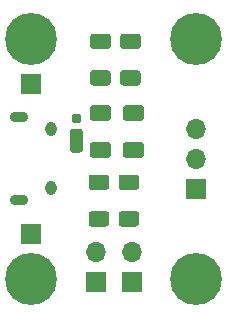
<source format=gbr>
%TF.GenerationSoftware,KiCad,Pcbnew,(5.1.8)-1*%
%TF.CreationDate,2021-01-16T14:03:11-05:00*%
%TF.ProjectId,electronics-li-ion-charger,656c6563-7472-46f6-9e69-63732d6c692d,rev?*%
%TF.SameCoordinates,Original*%
%TF.FileFunction,Soldermask,Bot*%
%TF.FilePolarity,Negative*%
%FSLAX46Y46*%
G04 Gerber Fmt 4.6, Leading zero omitted, Abs format (unit mm)*
G04 Created by KiCad (PCBNEW (5.1.8)-1) date 2021-01-16 14:03:11*
%MOMM*%
%LPD*%
G01*
G04 APERTURE LIST*
%ADD10C,4.400000*%
%ADD11O,1.700000X1.700000*%
%ADD12R,1.700000X1.700000*%
%ADD13O,1.550000X0.890000*%
%ADD14O,0.950000X1.250000*%
G04 APERTURE END LIST*
%TO.C,D1*%
G36*
G01*
X133110000Y-97791000D02*
X133590000Y-97791000D01*
G75*
G02*
X133750000Y-97951000I0J-160000D01*
G01*
X133750000Y-98431000D01*
G75*
G02*
X133590000Y-98591000I-160000J0D01*
G01*
X133110000Y-98591000D01*
G75*
G02*
X132950000Y-98431000I0J160000D01*
G01*
X132950000Y-97951000D01*
G75*
G02*
X133110000Y-97791000I160000J0D01*
G01*
G37*
G36*
G01*
X133020000Y-99091000D02*
X133680000Y-99091000D01*
G75*
G02*
X133900000Y-99311000I0J-220000D01*
G01*
X133900000Y-100871000D01*
G75*
G02*
X133680000Y-101091000I-220000J0D01*
G01*
X133020000Y-101091000D01*
G75*
G02*
X132800000Y-100871000I0J220000D01*
G01*
X132800000Y-99311000D01*
G75*
G02*
X133020000Y-99091000I220000J0D01*
G01*
G37*
%TD*%
D10*
%TO.C,M2*%
X143510000Y-91440000D03*
%TD*%
%TO.C,M4*%
X143510000Y-111760000D03*
%TD*%
%TO.C,M3*%
X129540000Y-111760000D03*
%TD*%
%TO.C,M1*%
X129540000Y-91440000D03*
%TD*%
%TO.C,R4*%
G36*
G01*
X137297000Y-94118000D02*
X138547000Y-94118000D01*
G75*
G02*
X138797000Y-94368000I0J-250000D01*
G01*
X138797000Y-95168000D01*
G75*
G02*
X138547000Y-95418000I-250000J0D01*
G01*
X137297000Y-95418000D01*
G75*
G02*
X137047000Y-95168000I0J250000D01*
G01*
X137047000Y-94368000D01*
G75*
G02*
X137297000Y-94118000I250000J0D01*
G01*
G37*
G36*
G01*
X137297000Y-91018000D02*
X138547000Y-91018000D01*
G75*
G02*
X138797000Y-91268000I0J-250000D01*
G01*
X138797000Y-92068000D01*
G75*
G02*
X138547000Y-92318000I-250000J0D01*
G01*
X137297000Y-92318000D01*
G75*
G02*
X137047000Y-92068000I0J250000D01*
G01*
X137047000Y-91268000D01*
G75*
G02*
X137297000Y-91018000I250000J0D01*
G01*
G37*
%TD*%
%TO.C,R3*%
G36*
G01*
X136007000Y-92318000D02*
X134757000Y-92318000D01*
G75*
G02*
X134507000Y-92068000I0J250000D01*
G01*
X134507000Y-91268000D01*
G75*
G02*
X134757000Y-91018000I250000J0D01*
G01*
X136007000Y-91018000D01*
G75*
G02*
X136257000Y-91268000I0J-250000D01*
G01*
X136257000Y-92068000D01*
G75*
G02*
X136007000Y-92318000I-250000J0D01*
G01*
G37*
G36*
G01*
X136007000Y-95418000D02*
X134757000Y-95418000D01*
G75*
G02*
X134507000Y-95168000I0J250000D01*
G01*
X134507000Y-94368000D01*
G75*
G02*
X134757000Y-94118000I250000J0D01*
G01*
X136007000Y-94118000D01*
G75*
G02*
X136257000Y-94368000I0J-250000D01*
G01*
X136257000Y-95168000D01*
G75*
G02*
X136007000Y-95418000I-250000J0D01*
G01*
G37*
%TD*%
%TO.C,R2*%
G36*
G01*
X134630000Y-106056000D02*
X135880000Y-106056000D01*
G75*
G02*
X136130000Y-106306000I0J-250000D01*
G01*
X136130000Y-107106000D01*
G75*
G02*
X135880000Y-107356000I-250000J0D01*
G01*
X134630000Y-107356000D01*
G75*
G02*
X134380000Y-107106000I0J250000D01*
G01*
X134380000Y-106306000D01*
G75*
G02*
X134630000Y-106056000I250000J0D01*
G01*
G37*
G36*
G01*
X134630000Y-102956000D02*
X135880000Y-102956000D01*
G75*
G02*
X136130000Y-103206000I0J-250000D01*
G01*
X136130000Y-104006000D01*
G75*
G02*
X135880000Y-104256000I-250000J0D01*
G01*
X134630000Y-104256000D01*
G75*
G02*
X134380000Y-104006000I0J250000D01*
G01*
X134380000Y-103206000D01*
G75*
G02*
X134630000Y-102956000I250000J0D01*
G01*
G37*
%TD*%
%TO.C,R1*%
G36*
G01*
X137170000Y-106056000D02*
X138420000Y-106056000D01*
G75*
G02*
X138670000Y-106306000I0J-250000D01*
G01*
X138670000Y-107106000D01*
G75*
G02*
X138420000Y-107356000I-250000J0D01*
G01*
X137170000Y-107356000D01*
G75*
G02*
X136920000Y-107106000I0J250000D01*
G01*
X136920000Y-106306000D01*
G75*
G02*
X137170000Y-106056000I250000J0D01*
G01*
G37*
G36*
G01*
X137170000Y-102956000D02*
X138420000Y-102956000D01*
G75*
G02*
X138670000Y-103206000I0J-250000D01*
G01*
X138670000Y-104006000D01*
G75*
G02*
X138420000Y-104256000I-250000J0D01*
G01*
X137170000Y-104256000D01*
G75*
G02*
X136920000Y-104006000I0J250000D01*
G01*
X136920000Y-103206000D01*
G75*
G02*
X137170000Y-102956000I250000J0D01*
G01*
G37*
%TD*%
D11*
%TO.C,JP2*%
X135001000Y-109474000D03*
D12*
X135001000Y-112014000D03*
%TD*%
D11*
%TO.C,JP1*%
X138049000Y-109474000D03*
D12*
X138049000Y-112014000D03*
%TD*%
D11*
%TO.C,J4*%
X143510000Y-99060000D03*
X143510000Y-101600000D03*
D12*
X143510000Y-104140000D03*
%TD*%
D13*
%TO.C,J3*%
X128494000Y-105100000D03*
X128494000Y-98100000D03*
D14*
X131194000Y-104100000D03*
X131194000Y-99100000D03*
%TD*%
D12*
%TO.C,J2*%
X129540000Y-107950000D03*
%TD*%
%TO.C,J1*%
X129540000Y-95250000D03*
%TD*%
%TO.C,C2*%
G36*
G01*
X137525999Y-100214000D02*
X138826001Y-100214000D01*
G75*
G02*
X139076000Y-100463999I0J-249999D01*
G01*
X139076000Y-101289001D01*
G75*
G02*
X138826001Y-101539000I-249999J0D01*
G01*
X137525999Y-101539000D01*
G75*
G02*
X137276000Y-101289001I0J249999D01*
G01*
X137276000Y-100463999D01*
G75*
G02*
X137525999Y-100214000I249999J0D01*
G01*
G37*
G36*
G01*
X137525999Y-97089000D02*
X138826001Y-97089000D01*
G75*
G02*
X139076000Y-97338999I0J-249999D01*
G01*
X139076000Y-98164001D01*
G75*
G02*
X138826001Y-98414000I-249999J0D01*
G01*
X137525999Y-98414000D01*
G75*
G02*
X137276000Y-98164001I0J249999D01*
G01*
X137276000Y-97338999D01*
G75*
G02*
X137525999Y-97089000I249999J0D01*
G01*
G37*
%TD*%
%TO.C,C1*%
G36*
G01*
X134731999Y-97089000D02*
X136032001Y-97089000D01*
G75*
G02*
X136282000Y-97338999I0J-249999D01*
G01*
X136282000Y-98164001D01*
G75*
G02*
X136032001Y-98414000I-249999J0D01*
G01*
X134731999Y-98414000D01*
G75*
G02*
X134482000Y-98164001I0J249999D01*
G01*
X134482000Y-97338999D01*
G75*
G02*
X134731999Y-97089000I249999J0D01*
G01*
G37*
G36*
G01*
X134731999Y-100214000D02*
X136032001Y-100214000D01*
G75*
G02*
X136282000Y-100463999I0J-249999D01*
G01*
X136282000Y-101289001D01*
G75*
G02*
X136032001Y-101539000I-249999J0D01*
G01*
X134731999Y-101539000D01*
G75*
G02*
X134482000Y-101289001I0J249999D01*
G01*
X134482000Y-100463999D01*
G75*
G02*
X134731999Y-100214000I249999J0D01*
G01*
G37*
%TD*%
M02*

</source>
